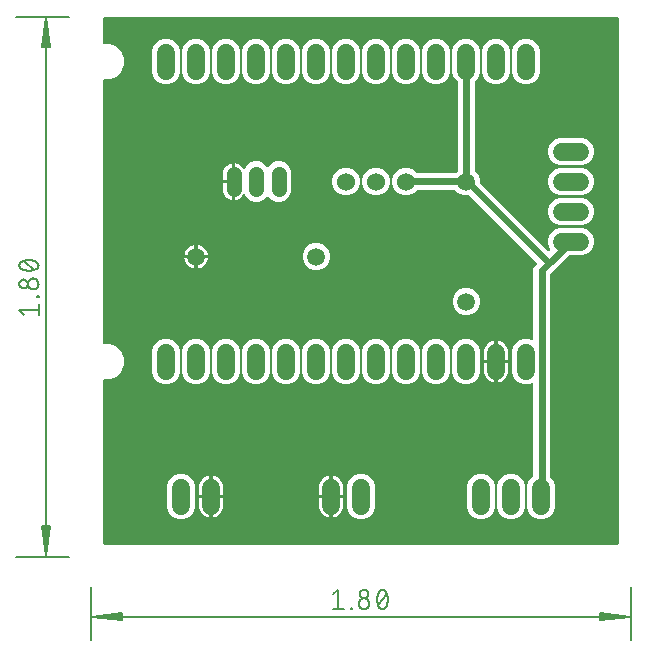
<source format=gbr>
G04 EAGLE Gerber RS-274X export*
G75*
%MOMM*%
%FSLAX34Y34*%
%LPD*%
%INTop Copper*%
%IPPOS*%
%AMOC8*
5,1,8,0,0,1.08239X$1,22.5*%
G01*
%ADD10C,0.130000*%
%ADD11C,0.152400*%
%ADD12C,1.524000*%
%ADD13C,1.524000*%
%ADD14C,1.500000*%
%ADD15C,1.308000*%
%ADD16C,0.600000*%

G36*
X446098Y10164D02*
X446098Y10164D01*
X446117Y10162D01*
X446219Y10184D01*
X446321Y10200D01*
X446338Y10210D01*
X446358Y10214D01*
X446447Y10267D01*
X446538Y10316D01*
X446552Y10330D01*
X446569Y10340D01*
X446636Y10419D01*
X446708Y10494D01*
X446716Y10512D01*
X446729Y10527D01*
X446768Y10623D01*
X446811Y10717D01*
X446813Y10737D01*
X446821Y10755D01*
X446839Y10922D01*
X446839Y455678D01*
X446836Y455698D01*
X446838Y455717D01*
X446816Y455819D01*
X446800Y455921D01*
X446790Y455938D01*
X446786Y455958D01*
X446733Y456047D01*
X446684Y456138D01*
X446670Y456152D01*
X446660Y456169D01*
X446581Y456236D01*
X446506Y456308D01*
X446488Y456316D01*
X446473Y456329D01*
X446377Y456368D01*
X446283Y456411D01*
X446263Y456413D01*
X446245Y456421D01*
X446078Y456439D01*
X10922Y456439D01*
X10902Y456436D01*
X10883Y456438D01*
X10781Y456416D01*
X10679Y456400D01*
X10662Y456390D01*
X10642Y456386D01*
X10553Y456333D01*
X10462Y456284D01*
X10448Y456270D01*
X10431Y456260D01*
X10364Y456181D01*
X10292Y456106D01*
X10284Y456088D01*
X10271Y456073D01*
X10232Y455977D01*
X10189Y455883D01*
X10187Y455863D01*
X10179Y455845D01*
X10161Y455678D01*
X10161Y435022D01*
X10164Y435002D01*
X10162Y434983D01*
X10184Y434881D01*
X10200Y434779D01*
X10210Y434762D01*
X10214Y434742D01*
X10267Y434653D01*
X10316Y434562D01*
X10330Y434548D01*
X10340Y434531D01*
X10419Y434464D01*
X10494Y434392D01*
X10512Y434384D01*
X10527Y434371D01*
X10623Y434332D01*
X10717Y434289D01*
X10737Y434287D01*
X10755Y434279D01*
X10922Y434261D01*
X15716Y434261D01*
X21288Y431953D01*
X25553Y427688D01*
X27861Y422116D01*
X27861Y416084D01*
X25553Y410512D01*
X21288Y406247D01*
X15716Y403939D01*
X10922Y403939D01*
X10902Y403936D01*
X10883Y403938D01*
X10781Y403916D01*
X10679Y403900D01*
X10662Y403890D01*
X10642Y403886D01*
X10553Y403833D01*
X10462Y403784D01*
X10448Y403770D01*
X10431Y403760D01*
X10364Y403681D01*
X10292Y403606D01*
X10284Y403588D01*
X10271Y403573D01*
X10232Y403477D01*
X10189Y403383D01*
X10187Y403363D01*
X10179Y403345D01*
X10161Y403178D01*
X10161Y181022D01*
X10164Y181002D01*
X10162Y180983D01*
X10184Y180881D01*
X10200Y180779D01*
X10210Y180762D01*
X10214Y180742D01*
X10267Y180653D01*
X10316Y180562D01*
X10330Y180548D01*
X10340Y180531D01*
X10419Y180464D01*
X10494Y180392D01*
X10512Y180384D01*
X10527Y180371D01*
X10623Y180332D01*
X10717Y180289D01*
X10737Y180287D01*
X10755Y180279D01*
X10922Y180261D01*
X15716Y180261D01*
X21288Y177953D01*
X25553Y173688D01*
X27861Y168116D01*
X27861Y162084D01*
X25553Y156512D01*
X21288Y152247D01*
X15716Y149939D01*
X10922Y149939D01*
X10902Y149936D01*
X10883Y149938D01*
X10781Y149916D01*
X10679Y149900D01*
X10662Y149890D01*
X10642Y149886D01*
X10553Y149833D01*
X10462Y149784D01*
X10448Y149770D01*
X10431Y149760D01*
X10364Y149681D01*
X10292Y149606D01*
X10284Y149588D01*
X10271Y149573D01*
X10232Y149477D01*
X10189Y149383D01*
X10187Y149363D01*
X10179Y149345D01*
X10161Y149178D01*
X10161Y10922D01*
X10164Y10902D01*
X10162Y10883D01*
X10184Y10781D01*
X10200Y10679D01*
X10210Y10662D01*
X10214Y10642D01*
X10267Y10553D01*
X10316Y10462D01*
X10330Y10448D01*
X10340Y10431D01*
X10419Y10364D01*
X10494Y10292D01*
X10512Y10284D01*
X10527Y10271D01*
X10623Y10232D01*
X10717Y10189D01*
X10737Y10187D01*
X10755Y10179D01*
X10922Y10161D01*
X446078Y10161D01*
X446098Y10164D01*
G37*
%LPC*%
G36*
X378676Y31495D02*
X378676Y31495D01*
X374381Y33274D01*
X371094Y36561D01*
X369315Y40856D01*
X369315Y60744D01*
X371094Y65039D01*
X374220Y68165D01*
X374273Y68239D01*
X374333Y68308D01*
X374345Y68339D01*
X374364Y68365D01*
X374391Y68452D01*
X374425Y68537D01*
X374429Y68578D01*
X374436Y68600D01*
X374435Y68632D01*
X374443Y68703D01*
X374443Y146238D01*
X374436Y146283D01*
X374438Y146329D01*
X374416Y146404D01*
X374404Y146481D01*
X374382Y146521D01*
X374369Y146565D01*
X374325Y146629D01*
X374288Y146698D01*
X374255Y146730D01*
X374229Y146767D01*
X374167Y146814D01*
X374110Y146867D01*
X374068Y146887D01*
X374032Y146914D01*
X373958Y146938D01*
X373887Y146971D01*
X373841Y146976D01*
X373798Y146990D01*
X373720Y146990D01*
X373643Y146998D01*
X373598Y146988D01*
X373552Y146988D01*
X373420Y146950D01*
X373402Y146946D01*
X373398Y146943D01*
X373391Y146941D01*
X370624Y145795D01*
X365976Y145795D01*
X361681Y147574D01*
X358394Y150861D01*
X356615Y155156D01*
X356615Y175044D01*
X358394Y179339D01*
X361681Y182626D01*
X365976Y184405D01*
X370624Y184405D01*
X373391Y183259D01*
X373435Y183248D01*
X373477Y183229D01*
X373554Y183220D01*
X373630Y183203D01*
X373676Y183207D01*
X373721Y183202D01*
X373798Y183218D01*
X373875Y183226D01*
X373917Y183244D01*
X373962Y183254D01*
X374029Y183294D01*
X374100Y183326D01*
X374134Y183357D01*
X374173Y183380D01*
X374224Y183439D01*
X374281Y183492D01*
X374303Y183532D01*
X374333Y183567D01*
X374362Y183639D01*
X374399Y183708D01*
X374408Y183753D01*
X374425Y183795D01*
X374440Y183931D01*
X374443Y183950D01*
X374442Y183955D01*
X374443Y183962D01*
X374443Y243721D01*
X375519Y246318D01*
X377075Y247874D01*
X377086Y247890D01*
X377102Y247902D01*
X377158Y247990D01*
X377218Y248073D01*
X377224Y248092D01*
X377235Y248109D01*
X377260Y248210D01*
X377291Y248309D01*
X377290Y248328D01*
X377295Y248348D01*
X377287Y248451D01*
X377284Y248554D01*
X377277Y248573D01*
X377276Y248593D01*
X377235Y248688D01*
X377200Y248785D01*
X377187Y248801D01*
X377179Y248819D01*
X377103Y248915D01*
X377098Y248923D01*
X377093Y248927D01*
X377075Y248950D01*
X320313Y305712D01*
X320239Y305765D01*
X320169Y305825D01*
X320139Y305837D01*
X320113Y305856D01*
X320026Y305883D01*
X319941Y305917D01*
X319900Y305921D01*
X319878Y305928D01*
X319846Y305927D01*
X319774Y305935D01*
X315200Y305935D01*
X310949Y307696D01*
X308179Y310466D01*
X308105Y310519D01*
X308035Y310579D01*
X308005Y310591D01*
X307979Y310610D01*
X307892Y310637D01*
X307807Y310671D01*
X307766Y310675D01*
X307744Y310682D01*
X307712Y310681D01*
X307640Y310689D01*
X276729Y310689D01*
X276639Y310675D01*
X276548Y310667D01*
X276518Y310655D01*
X276487Y310650D01*
X276406Y310607D01*
X276322Y310571D01*
X276290Y310545D01*
X276269Y310534D01*
X276247Y310511D01*
X276191Y310466D01*
X273319Y307594D01*
X269024Y305815D01*
X264376Y305815D01*
X260081Y307594D01*
X256794Y310881D01*
X255015Y315176D01*
X255015Y319824D01*
X256794Y324119D01*
X260081Y327406D01*
X264376Y329185D01*
X269024Y329185D01*
X273319Y327406D01*
X275683Y325042D01*
X275757Y324989D01*
X275826Y324929D01*
X275856Y324917D01*
X275883Y324898D01*
X275970Y324871D01*
X276055Y324837D01*
X276095Y324833D01*
X276118Y324826D01*
X276150Y324827D01*
X276221Y324819D01*
X308148Y324819D01*
X308239Y324833D01*
X308329Y324841D01*
X308359Y324853D01*
X308391Y324858D01*
X308472Y324901D01*
X308556Y324937D01*
X308588Y324963D01*
X308609Y324974D01*
X308631Y324997D01*
X308687Y325042D01*
X310212Y326567D01*
X310265Y326641D01*
X310325Y326711D01*
X310337Y326741D01*
X310356Y326767D01*
X310383Y326854D01*
X310417Y326939D01*
X310421Y326980D01*
X310428Y327002D01*
X310427Y327034D01*
X310435Y327106D01*
X310435Y401705D01*
X310421Y401795D01*
X310413Y401886D01*
X310401Y401915D01*
X310396Y401947D01*
X310353Y402028D01*
X310317Y402112D01*
X310291Y402144D01*
X310280Y402165D01*
X310257Y402187D01*
X310212Y402243D01*
X307594Y404861D01*
X305815Y409156D01*
X305815Y429044D01*
X307594Y433339D01*
X310881Y436626D01*
X315176Y438405D01*
X319824Y438405D01*
X324119Y436626D01*
X327406Y433339D01*
X329185Y429044D01*
X329185Y409156D01*
X327406Y404861D01*
X324788Y402243D01*
X324735Y402169D01*
X324675Y402100D01*
X324663Y402069D01*
X324644Y402043D01*
X324617Y401956D01*
X324583Y401871D01*
X324579Y401830D01*
X324572Y401808D01*
X324573Y401776D01*
X324565Y401705D01*
X324565Y327106D01*
X324579Y327015D01*
X324587Y326925D01*
X324599Y326895D01*
X324604Y326863D01*
X324647Y326782D01*
X324683Y326698D01*
X324709Y326666D01*
X324720Y326645D01*
X324743Y326623D01*
X324788Y326567D01*
X327304Y324051D01*
X329065Y319800D01*
X329065Y317258D01*
X329079Y317168D01*
X329087Y317077D01*
X329099Y317047D01*
X329104Y317015D01*
X329147Y316934D01*
X329183Y316850D01*
X329209Y316818D01*
X329220Y316797D01*
X329243Y316775D01*
X329288Y316719D01*
X387066Y258941D01*
X387082Y258930D01*
X387094Y258914D01*
X387182Y258858D01*
X387265Y258798D01*
X387284Y258792D01*
X387301Y258781D01*
X387402Y258756D01*
X387501Y258725D01*
X387520Y258726D01*
X387540Y258721D01*
X387643Y258729D01*
X387746Y258732D01*
X387765Y258739D01*
X387785Y258740D01*
X387880Y258781D01*
X387977Y258816D01*
X387993Y258829D01*
X388011Y258837D01*
X388142Y258941D01*
X388634Y259433D01*
X388702Y259527D01*
X388772Y259622D01*
X388774Y259628D01*
X388778Y259633D01*
X388812Y259744D01*
X388848Y259856D01*
X388848Y259862D01*
X388850Y259868D01*
X388847Y259985D01*
X388846Y260102D01*
X388844Y260109D01*
X388844Y260114D01*
X388837Y260131D01*
X388799Y260263D01*
X387095Y264376D01*
X387095Y269024D01*
X388874Y273319D01*
X392161Y276606D01*
X396456Y278385D01*
X416344Y278385D01*
X420639Y276606D01*
X423926Y273319D01*
X425705Y269024D01*
X425705Y264376D01*
X423926Y260081D01*
X420639Y256794D01*
X416344Y255015D01*
X404514Y255015D01*
X404424Y255001D01*
X404333Y254993D01*
X404303Y254981D01*
X404271Y254976D01*
X404190Y254933D01*
X404106Y254897D01*
X404074Y254871D01*
X404053Y254860D01*
X404031Y254837D01*
X403975Y254792D01*
X393700Y244517D01*
X391499Y242316D01*
X388796Y239613D01*
X388743Y239539D01*
X388683Y239469D01*
X388671Y239439D01*
X388652Y239413D01*
X388625Y239326D01*
X388591Y239241D01*
X388587Y239200D01*
X388580Y239178D01*
X388581Y239146D01*
X388573Y239074D01*
X388573Y67687D01*
X388587Y67597D01*
X388595Y67506D01*
X388607Y67477D01*
X388612Y67445D01*
X388655Y67364D01*
X388691Y67280D01*
X388717Y67248D01*
X388728Y67227D01*
X388751Y67205D01*
X388796Y67149D01*
X390906Y65039D01*
X392685Y60744D01*
X392685Y40856D01*
X390906Y36561D01*
X387619Y33274D01*
X383324Y31495D01*
X378676Y31495D01*
G37*
%LPD*%
%LPC*%
G36*
X137591Y300355D02*
X137591Y300355D01*
X133693Y301970D01*
X130710Y304953D01*
X130048Y306549D01*
X129985Y306652D01*
X129923Y306754D01*
X129921Y306756D01*
X129919Y306759D01*
X129825Y306836D01*
X129735Y306912D01*
X129732Y306913D01*
X129729Y306915D01*
X129617Y306959D01*
X129506Y307002D01*
X129503Y307002D01*
X129500Y307004D01*
X129380Y307009D01*
X129260Y307015D01*
X129257Y307014D01*
X129254Y307014D01*
X129140Y306981D01*
X129023Y306948D01*
X129021Y306946D01*
X129018Y306945D01*
X128920Y306877D01*
X128820Y306809D01*
X128818Y306807D01*
X128816Y306805D01*
X128809Y306796D01*
X128712Y306681D01*
X127703Y305171D01*
X126439Y303907D01*
X124951Y302913D01*
X123299Y302228D01*
X122173Y302004D01*
X122173Y316738D01*
X122170Y316758D01*
X122172Y316777D01*
X122150Y316879D01*
X122133Y316981D01*
X122124Y316998D01*
X122120Y317018D01*
X122067Y317107D01*
X122018Y317198D01*
X122004Y317212D01*
X121994Y317229D01*
X121915Y317296D01*
X121840Y317367D01*
X121822Y317376D01*
X121807Y317389D01*
X121711Y317427D01*
X121617Y317471D01*
X121597Y317473D01*
X121579Y317481D01*
X121412Y317499D01*
X120649Y317499D01*
X120649Y317501D01*
X121412Y317501D01*
X121432Y317504D01*
X121451Y317502D01*
X121553Y317524D01*
X121655Y317541D01*
X121672Y317550D01*
X121692Y317554D01*
X121781Y317607D01*
X121872Y317656D01*
X121886Y317670D01*
X121903Y317680D01*
X121970Y317759D01*
X122041Y317834D01*
X122050Y317852D01*
X122063Y317867D01*
X122102Y317963D01*
X122145Y318057D01*
X122147Y318077D01*
X122155Y318095D01*
X122173Y318262D01*
X122173Y332996D01*
X123299Y332772D01*
X124951Y332087D01*
X126439Y331093D01*
X127703Y329829D01*
X128712Y328319D01*
X128795Y328230D01*
X128875Y328143D01*
X128878Y328141D01*
X128880Y328139D01*
X128986Y328082D01*
X129091Y328024D01*
X129094Y328024D01*
X129097Y328022D01*
X129213Y328002D01*
X129333Y327981D01*
X129336Y327981D01*
X129339Y327981D01*
X129456Y327999D01*
X129576Y328016D01*
X129579Y328018D01*
X129582Y328018D01*
X129688Y328073D01*
X129795Y328128D01*
X129798Y328130D01*
X129800Y328132D01*
X129882Y328217D01*
X129968Y328304D01*
X129969Y328307D01*
X129971Y328309D01*
X129976Y328318D01*
X130048Y328451D01*
X130710Y330047D01*
X133693Y333030D01*
X137591Y334645D01*
X141809Y334645D01*
X145707Y333030D01*
X148687Y330051D01*
X148703Y330039D01*
X148715Y330023D01*
X148803Y329967D01*
X148886Y329907D01*
X148905Y329901D01*
X148922Y329890D01*
X149023Y329865D01*
X149122Y329835D01*
X149141Y329835D01*
X149161Y329830D01*
X149264Y329838D01*
X149367Y329841D01*
X149386Y329848D01*
X149406Y329850D01*
X149501Y329890D01*
X149598Y329926D01*
X149614Y329938D01*
X149632Y329946D01*
X149763Y330051D01*
X152743Y333030D01*
X156641Y334645D01*
X160859Y334645D01*
X164757Y333030D01*
X167740Y330047D01*
X169355Y326149D01*
X169355Y308851D01*
X167740Y304953D01*
X164757Y301970D01*
X160859Y300355D01*
X156641Y300355D01*
X152743Y301970D01*
X149763Y304949D01*
X149747Y304961D01*
X149735Y304977D01*
X149647Y305033D01*
X149564Y305093D01*
X149545Y305099D01*
X149528Y305110D01*
X149427Y305135D01*
X149328Y305165D01*
X149309Y305165D01*
X149289Y305170D01*
X149186Y305162D01*
X149083Y305159D01*
X149064Y305152D01*
X149044Y305150D01*
X148949Y305110D01*
X148852Y305074D01*
X148836Y305062D01*
X148818Y305054D01*
X148687Y304949D01*
X145707Y301970D01*
X141809Y300355D01*
X137591Y300355D01*
G37*
%LPD*%
%LPC*%
G36*
X162776Y399795D02*
X162776Y399795D01*
X158481Y401574D01*
X155194Y404861D01*
X153415Y409156D01*
X153415Y429044D01*
X155194Y433339D01*
X158481Y436626D01*
X162776Y438405D01*
X167424Y438405D01*
X171719Y436626D01*
X175006Y433339D01*
X176785Y429044D01*
X176785Y409156D01*
X175006Y404861D01*
X171719Y401574D01*
X167424Y399795D01*
X162776Y399795D01*
G37*
%LPD*%
%LPC*%
G36*
X264376Y399795D02*
X264376Y399795D01*
X260081Y401574D01*
X256794Y404861D01*
X255015Y409156D01*
X255015Y429044D01*
X256794Y433339D01*
X260081Y436626D01*
X264376Y438405D01*
X269024Y438405D01*
X273319Y436626D01*
X276606Y433339D01*
X278385Y429044D01*
X278385Y409156D01*
X276606Y404861D01*
X273319Y401574D01*
X269024Y399795D01*
X264376Y399795D01*
G37*
%LPD*%
%LPC*%
G36*
X213576Y399795D02*
X213576Y399795D01*
X209281Y401574D01*
X205994Y404861D01*
X204215Y409156D01*
X204215Y429044D01*
X205994Y433339D01*
X209281Y436626D01*
X213576Y438405D01*
X218224Y438405D01*
X222519Y436626D01*
X225806Y433339D01*
X227585Y429044D01*
X227585Y409156D01*
X225806Y404861D01*
X222519Y401574D01*
X218224Y399795D01*
X213576Y399795D01*
G37*
%LPD*%
%LPC*%
G36*
X365976Y399795D02*
X365976Y399795D01*
X361681Y401574D01*
X358394Y404861D01*
X356615Y409156D01*
X356615Y429044D01*
X358394Y433339D01*
X361681Y436626D01*
X365976Y438405D01*
X370624Y438405D01*
X374919Y436626D01*
X378206Y433339D01*
X379985Y429044D01*
X379985Y409156D01*
X378206Y404861D01*
X374919Y401574D01*
X370624Y399795D01*
X365976Y399795D01*
G37*
%LPD*%
%LPC*%
G36*
X340576Y399795D02*
X340576Y399795D01*
X336281Y401574D01*
X332994Y404861D01*
X331215Y409156D01*
X331215Y429044D01*
X332994Y433339D01*
X336281Y436626D01*
X340576Y438405D01*
X345224Y438405D01*
X349519Y436626D01*
X352806Y433339D01*
X354585Y429044D01*
X354585Y409156D01*
X352806Y404861D01*
X349519Y401574D01*
X345224Y399795D01*
X340576Y399795D01*
G37*
%LPD*%
%LPC*%
G36*
X188176Y399795D02*
X188176Y399795D01*
X183881Y401574D01*
X180594Y404861D01*
X178815Y409156D01*
X178815Y429044D01*
X180594Y433339D01*
X183881Y436626D01*
X188176Y438405D01*
X192824Y438405D01*
X197119Y436626D01*
X200406Y433339D01*
X202185Y429044D01*
X202185Y409156D01*
X200406Y404861D01*
X197119Y401574D01*
X192824Y399795D01*
X188176Y399795D01*
G37*
%LPD*%
%LPC*%
G36*
X137376Y399795D02*
X137376Y399795D01*
X133081Y401574D01*
X129794Y404861D01*
X128015Y409156D01*
X128015Y429044D01*
X129794Y433339D01*
X133081Y436626D01*
X137376Y438405D01*
X142024Y438405D01*
X146319Y436626D01*
X149606Y433339D01*
X151385Y429044D01*
X151385Y409156D01*
X149606Y404861D01*
X146319Y401574D01*
X142024Y399795D01*
X137376Y399795D01*
G37*
%LPD*%
%LPC*%
G36*
X111976Y399795D02*
X111976Y399795D01*
X107681Y401574D01*
X104394Y404861D01*
X102615Y409156D01*
X102615Y429044D01*
X104394Y433339D01*
X107681Y436626D01*
X111976Y438405D01*
X116624Y438405D01*
X120919Y436626D01*
X124206Y433339D01*
X125985Y429044D01*
X125985Y409156D01*
X124206Y404861D01*
X120919Y401574D01*
X116624Y399795D01*
X111976Y399795D01*
G37*
%LPD*%
%LPC*%
G36*
X86576Y399795D02*
X86576Y399795D01*
X82281Y401574D01*
X78994Y404861D01*
X77215Y409156D01*
X77215Y429044D01*
X78994Y433339D01*
X82281Y436626D01*
X86576Y438405D01*
X91224Y438405D01*
X95519Y436626D01*
X98806Y433339D01*
X100585Y429044D01*
X100585Y409156D01*
X98806Y404861D01*
X95519Y401574D01*
X91224Y399795D01*
X86576Y399795D01*
G37*
%LPD*%
%LPC*%
G36*
X289776Y399795D02*
X289776Y399795D01*
X285481Y401574D01*
X282194Y404861D01*
X280415Y409156D01*
X280415Y429044D01*
X282194Y433339D01*
X285481Y436626D01*
X289776Y438405D01*
X294424Y438405D01*
X298719Y436626D01*
X302006Y433339D01*
X303785Y429044D01*
X303785Y409156D01*
X302006Y404861D01*
X298719Y401574D01*
X294424Y399795D01*
X289776Y399795D01*
G37*
%LPD*%
%LPC*%
G36*
X61176Y399795D02*
X61176Y399795D01*
X56881Y401574D01*
X53594Y404861D01*
X51815Y409156D01*
X51815Y429044D01*
X53594Y433339D01*
X56881Y436626D01*
X61176Y438405D01*
X65824Y438405D01*
X70119Y436626D01*
X73406Y433339D01*
X75185Y429044D01*
X75185Y409156D01*
X73406Y404861D01*
X70119Y401574D01*
X65824Y399795D01*
X61176Y399795D01*
G37*
%LPD*%
%LPC*%
G36*
X238976Y399795D02*
X238976Y399795D01*
X234681Y401574D01*
X231394Y404861D01*
X229615Y409156D01*
X229615Y429044D01*
X231394Y433339D01*
X234681Y436626D01*
X238976Y438405D01*
X243624Y438405D01*
X247919Y436626D01*
X251206Y433339D01*
X252985Y429044D01*
X252985Y409156D01*
X251206Y404861D01*
X247919Y401574D01*
X243624Y399795D01*
X238976Y399795D01*
G37*
%LPD*%
%LPC*%
G36*
X396456Y331215D02*
X396456Y331215D01*
X392161Y332994D01*
X388874Y336281D01*
X387095Y340576D01*
X387095Y345224D01*
X388874Y349519D01*
X392161Y352806D01*
X396456Y354585D01*
X416344Y354585D01*
X420639Y352806D01*
X423926Y349519D01*
X425705Y345224D01*
X425705Y340576D01*
X423926Y336281D01*
X420639Y332994D01*
X416344Y331215D01*
X396456Y331215D01*
G37*
%LPD*%
%LPC*%
G36*
X315176Y145795D02*
X315176Y145795D01*
X310881Y147574D01*
X307594Y150861D01*
X305815Y155156D01*
X305815Y175044D01*
X307594Y179339D01*
X310881Y182626D01*
X315176Y184405D01*
X319824Y184405D01*
X324119Y182626D01*
X327406Y179339D01*
X329185Y175044D01*
X329185Y155156D01*
X327406Y150861D01*
X324119Y147574D01*
X319824Y145795D01*
X315176Y145795D01*
G37*
%LPD*%
%LPC*%
G36*
X289776Y145795D02*
X289776Y145795D01*
X285481Y147574D01*
X282194Y150861D01*
X280415Y155156D01*
X280415Y175044D01*
X282194Y179339D01*
X285481Y182626D01*
X289776Y184405D01*
X294424Y184405D01*
X298719Y182626D01*
X302006Y179339D01*
X303785Y175044D01*
X303785Y155156D01*
X302006Y150861D01*
X298719Y147574D01*
X294424Y145795D01*
X289776Y145795D01*
G37*
%LPD*%
%LPC*%
G36*
X396456Y305815D02*
X396456Y305815D01*
X392161Y307594D01*
X388874Y310881D01*
X387095Y315176D01*
X387095Y319824D01*
X388874Y324119D01*
X392161Y327406D01*
X396456Y329185D01*
X416344Y329185D01*
X420639Y327406D01*
X423926Y324119D01*
X425705Y319824D01*
X425705Y315176D01*
X423926Y310881D01*
X420639Y307594D01*
X416344Y305815D01*
X396456Y305815D01*
G37*
%LPD*%
%LPC*%
G36*
X264376Y145795D02*
X264376Y145795D01*
X260081Y147574D01*
X256794Y150861D01*
X255015Y155156D01*
X255015Y175044D01*
X256794Y179339D01*
X260081Y182626D01*
X264376Y184405D01*
X269024Y184405D01*
X273319Y182626D01*
X276606Y179339D01*
X278385Y175044D01*
X278385Y155156D01*
X276606Y150861D01*
X273319Y147574D01*
X269024Y145795D01*
X264376Y145795D01*
G37*
%LPD*%
%LPC*%
G36*
X213576Y145795D02*
X213576Y145795D01*
X209281Y147574D01*
X205994Y150861D01*
X204215Y155156D01*
X204215Y175044D01*
X205994Y179339D01*
X209281Y182626D01*
X213576Y184405D01*
X218224Y184405D01*
X222519Y182626D01*
X225806Y179339D01*
X227585Y175044D01*
X227585Y155156D01*
X225806Y150861D01*
X222519Y147574D01*
X218224Y145795D01*
X213576Y145795D01*
G37*
%LPD*%
%LPC*%
G36*
X396456Y280415D02*
X396456Y280415D01*
X392161Y282194D01*
X388874Y285481D01*
X387095Y289776D01*
X387095Y294424D01*
X388874Y298719D01*
X392161Y302006D01*
X396456Y303785D01*
X416344Y303785D01*
X420639Y302006D01*
X423926Y298719D01*
X425705Y294424D01*
X425705Y289776D01*
X423926Y285481D01*
X420639Y282194D01*
X416344Y280415D01*
X396456Y280415D01*
G37*
%LPD*%
%LPC*%
G36*
X111976Y145795D02*
X111976Y145795D01*
X107681Y147574D01*
X104394Y150861D01*
X102615Y155156D01*
X102615Y175044D01*
X104394Y179339D01*
X107681Y182626D01*
X111976Y184405D01*
X116624Y184405D01*
X120919Y182626D01*
X124206Y179339D01*
X125985Y175044D01*
X125985Y155156D01*
X124206Y150861D01*
X120919Y147574D01*
X116624Y145795D01*
X111976Y145795D01*
G37*
%LPD*%
%LPC*%
G36*
X86576Y145795D02*
X86576Y145795D01*
X82281Y147574D01*
X78994Y150861D01*
X77215Y155156D01*
X77215Y175044D01*
X78994Y179339D01*
X82281Y182626D01*
X86576Y184405D01*
X91224Y184405D01*
X95519Y182626D01*
X98806Y179339D01*
X100585Y175044D01*
X100585Y155156D01*
X98806Y150861D01*
X95519Y147574D01*
X91224Y145795D01*
X86576Y145795D01*
G37*
%LPD*%
%LPC*%
G36*
X61176Y145795D02*
X61176Y145795D01*
X56881Y147574D01*
X53594Y150861D01*
X51815Y155156D01*
X51815Y175044D01*
X53594Y179339D01*
X56881Y182626D01*
X61176Y184405D01*
X65824Y184405D01*
X70119Y182626D01*
X73406Y179339D01*
X75185Y175044D01*
X75185Y155156D01*
X73406Y150861D01*
X70119Y147574D01*
X65824Y145795D01*
X61176Y145795D01*
G37*
%LPD*%
%LPC*%
G36*
X353276Y31495D02*
X353276Y31495D01*
X348981Y33274D01*
X345694Y36561D01*
X343915Y40856D01*
X343915Y60744D01*
X345694Y65039D01*
X348981Y68326D01*
X353276Y70105D01*
X357924Y70105D01*
X362219Y68326D01*
X365506Y65039D01*
X367285Y60744D01*
X367285Y40856D01*
X365506Y36561D01*
X362219Y33274D01*
X357924Y31495D01*
X353276Y31495D01*
G37*
%LPD*%
%LPC*%
G36*
X327876Y31495D02*
X327876Y31495D01*
X323581Y33274D01*
X320294Y36561D01*
X318515Y40856D01*
X318515Y60744D01*
X320294Y65039D01*
X323581Y68326D01*
X327876Y70105D01*
X332524Y70105D01*
X336819Y68326D01*
X340106Y65039D01*
X341885Y60744D01*
X341885Y40856D01*
X340106Y36561D01*
X336819Y33274D01*
X332524Y31495D01*
X327876Y31495D01*
G37*
%LPD*%
%LPC*%
G36*
X226276Y31495D02*
X226276Y31495D01*
X221981Y33274D01*
X218694Y36561D01*
X216915Y40856D01*
X216915Y60744D01*
X218694Y65039D01*
X221981Y68326D01*
X226276Y70105D01*
X230924Y70105D01*
X235219Y68326D01*
X238506Y65039D01*
X240285Y60744D01*
X240285Y40856D01*
X238506Y36561D01*
X235219Y33274D01*
X230924Y31495D01*
X226276Y31495D01*
G37*
%LPD*%
%LPC*%
G36*
X73876Y31495D02*
X73876Y31495D01*
X69581Y33274D01*
X66294Y36561D01*
X64515Y40856D01*
X64515Y60744D01*
X66294Y65039D01*
X69581Y68326D01*
X73876Y70105D01*
X78524Y70105D01*
X82819Y68326D01*
X86106Y65039D01*
X87885Y60744D01*
X87885Y40856D01*
X86106Y36561D01*
X82819Y33274D01*
X78524Y31495D01*
X73876Y31495D01*
G37*
%LPD*%
%LPC*%
G36*
X238976Y145795D02*
X238976Y145795D01*
X234681Y147574D01*
X231394Y150861D01*
X229615Y155156D01*
X229615Y175044D01*
X231394Y179339D01*
X234681Y182626D01*
X238976Y184405D01*
X243624Y184405D01*
X247919Y182626D01*
X251206Y179339D01*
X252985Y175044D01*
X252985Y155156D01*
X251206Y150861D01*
X247919Y147574D01*
X243624Y145795D01*
X238976Y145795D01*
G37*
%LPD*%
%LPC*%
G36*
X137376Y145795D02*
X137376Y145795D01*
X133081Y147574D01*
X129794Y150861D01*
X128015Y155156D01*
X128015Y175044D01*
X129794Y179339D01*
X133081Y182626D01*
X137376Y184405D01*
X142024Y184405D01*
X146319Y182626D01*
X149606Y179339D01*
X151385Y175044D01*
X151385Y155156D01*
X149606Y150861D01*
X146319Y147574D01*
X142024Y145795D01*
X137376Y145795D01*
G37*
%LPD*%
%LPC*%
G36*
X188176Y145795D02*
X188176Y145795D01*
X183881Y147574D01*
X180594Y150861D01*
X178815Y155156D01*
X178815Y175044D01*
X180594Y179339D01*
X183881Y182626D01*
X188176Y184405D01*
X192824Y184405D01*
X197119Y182626D01*
X200406Y179339D01*
X202185Y175044D01*
X202185Y155156D01*
X200406Y150861D01*
X197119Y147574D01*
X192824Y145795D01*
X188176Y145795D01*
G37*
%LPD*%
%LPC*%
G36*
X162776Y145795D02*
X162776Y145795D01*
X158481Y147574D01*
X155194Y150861D01*
X153415Y155156D01*
X153415Y175044D01*
X155194Y179339D01*
X158481Y182626D01*
X162776Y184405D01*
X167424Y184405D01*
X171719Y182626D01*
X175006Y179339D01*
X176785Y175044D01*
X176785Y155156D01*
X175006Y150861D01*
X171719Y147574D01*
X167424Y145795D01*
X162776Y145795D01*
G37*
%LPD*%
%LPC*%
G36*
X238976Y305815D02*
X238976Y305815D01*
X234681Y307594D01*
X231394Y310881D01*
X229615Y315176D01*
X229615Y319824D01*
X231394Y324119D01*
X234681Y327406D01*
X238976Y329185D01*
X243624Y329185D01*
X247919Y327406D01*
X251206Y324119D01*
X252985Y319824D01*
X252985Y315176D01*
X251206Y310881D01*
X247919Y307594D01*
X243624Y305815D01*
X238976Y305815D01*
G37*
%LPD*%
%LPC*%
G36*
X213576Y305815D02*
X213576Y305815D01*
X209281Y307594D01*
X205994Y310881D01*
X204215Y315176D01*
X204215Y319824D01*
X205994Y324119D01*
X209281Y327406D01*
X213576Y329185D01*
X218224Y329185D01*
X222519Y327406D01*
X225806Y324119D01*
X227585Y319824D01*
X227585Y315176D01*
X225806Y310881D01*
X222519Y307594D01*
X218224Y305815D01*
X213576Y305815D01*
G37*
%LPD*%
%LPC*%
G36*
X315200Y204335D02*
X315200Y204335D01*
X310949Y206096D01*
X307696Y209349D01*
X305935Y213600D01*
X305935Y218200D01*
X307696Y222451D01*
X310949Y225704D01*
X315200Y227465D01*
X319800Y227465D01*
X324051Y225704D01*
X327304Y222451D01*
X329065Y218200D01*
X329065Y213600D01*
X327304Y209349D01*
X324051Y206096D01*
X319800Y204335D01*
X315200Y204335D01*
G37*
%LPD*%
%LPC*%
G36*
X188200Y242435D02*
X188200Y242435D01*
X183949Y244196D01*
X180696Y247449D01*
X178935Y251700D01*
X178935Y256300D01*
X180696Y260551D01*
X183949Y263804D01*
X188200Y265565D01*
X192800Y265565D01*
X197051Y263804D01*
X200304Y260551D01*
X202065Y256300D01*
X202065Y251700D01*
X200304Y247449D01*
X197051Y244196D01*
X192800Y242435D01*
X188200Y242435D01*
G37*
%LPD*%
%LPC*%
G36*
X344423Y166623D02*
X344423Y166623D01*
X344423Y182766D01*
X345279Y182631D01*
X346800Y182136D01*
X348225Y181410D01*
X349519Y180470D01*
X350650Y179339D01*
X351590Y178045D01*
X352316Y176620D01*
X352811Y175099D01*
X353061Y173520D01*
X353061Y166623D01*
X344423Y166623D01*
G37*
%LPD*%
%LPC*%
G36*
X103123Y52323D02*
X103123Y52323D01*
X103123Y68466D01*
X103979Y68331D01*
X105500Y67836D01*
X106925Y67110D01*
X108219Y66170D01*
X109350Y65039D01*
X110290Y63745D01*
X111016Y62320D01*
X111511Y60799D01*
X111761Y59220D01*
X111761Y52323D01*
X103123Y52323D01*
G37*
%LPD*%
%LPC*%
G36*
X204723Y52323D02*
X204723Y52323D01*
X204723Y68466D01*
X205579Y68331D01*
X207100Y67836D01*
X208525Y67110D01*
X209819Y66170D01*
X210950Y65039D01*
X211890Y63745D01*
X212616Y62320D01*
X213111Y60799D01*
X213361Y59220D01*
X213361Y52323D01*
X204723Y52323D01*
G37*
%LPD*%
%LPC*%
G36*
X344423Y163577D02*
X344423Y163577D01*
X353061Y163577D01*
X353061Y156680D01*
X352811Y155101D01*
X352316Y153580D01*
X351590Y152155D01*
X350650Y150861D01*
X349519Y149730D01*
X348225Y148790D01*
X346800Y148064D01*
X345279Y147569D01*
X344423Y147434D01*
X344423Y163577D01*
G37*
%LPD*%
%LPC*%
G36*
X204723Y49277D02*
X204723Y49277D01*
X213361Y49277D01*
X213361Y42380D01*
X213111Y40801D01*
X212616Y39280D01*
X211890Y37855D01*
X210950Y36561D01*
X209819Y35430D01*
X208525Y34490D01*
X207100Y33764D01*
X205579Y33269D01*
X204723Y33134D01*
X204723Y49277D01*
G37*
%LPD*%
%LPC*%
G36*
X103123Y49277D02*
X103123Y49277D01*
X111761Y49277D01*
X111761Y42380D01*
X111511Y40801D01*
X111016Y39280D01*
X110290Y37855D01*
X109350Y36561D01*
X108219Y35430D01*
X106925Y34490D01*
X105500Y33764D01*
X103979Y33269D01*
X103123Y33134D01*
X103123Y49277D01*
G37*
%LPD*%
%LPC*%
G36*
X91439Y52323D02*
X91439Y52323D01*
X91439Y59220D01*
X91689Y60799D01*
X92184Y62320D01*
X92910Y63745D01*
X93850Y65039D01*
X94981Y66170D01*
X96275Y67110D01*
X97700Y67836D01*
X99221Y68331D01*
X100077Y68466D01*
X100077Y52323D01*
X91439Y52323D01*
G37*
%LPD*%
%LPC*%
G36*
X332739Y166623D02*
X332739Y166623D01*
X332739Y173520D01*
X332989Y175099D01*
X333484Y176620D01*
X334210Y178045D01*
X335150Y179339D01*
X336281Y180470D01*
X337575Y181410D01*
X339000Y182136D01*
X340521Y182631D01*
X341377Y182766D01*
X341377Y166623D01*
X332739Y166623D01*
G37*
%LPD*%
%LPC*%
G36*
X193039Y52323D02*
X193039Y52323D01*
X193039Y59220D01*
X193289Y60799D01*
X193784Y62320D01*
X194510Y63745D01*
X195450Y65039D01*
X196581Y66170D01*
X197875Y67110D01*
X199300Y67836D01*
X200821Y68331D01*
X201677Y68466D01*
X201677Y52323D01*
X193039Y52323D01*
G37*
%LPD*%
%LPC*%
G36*
X340521Y147569D02*
X340521Y147569D01*
X339000Y148064D01*
X337575Y148790D01*
X336281Y149730D01*
X335150Y150861D01*
X334210Y152155D01*
X333484Y153580D01*
X332989Y155101D01*
X332739Y156680D01*
X332739Y163577D01*
X341377Y163577D01*
X341377Y147434D01*
X340521Y147569D01*
G37*
%LPD*%
%LPC*%
G36*
X200821Y33269D02*
X200821Y33269D01*
X199300Y33764D01*
X197875Y34490D01*
X196581Y35430D01*
X195450Y36561D01*
X194510Y37855D01*
X193784Y39280D01*
X193289Y40801D01*
X193039Y42380D01*
X193039Y49277D01*
X201677Y49277D01*
X201677Y33134D01*
X200821Y33269D01*
G37*
%LPD*%
%LPC*%
G36*
X99221Y33269D02*
X99221Y33269D01*
X97700Y33764D01*
X96275Y34490D01*
X94981Y35430D01*
X93850Y36561D01*
X92910Y37855D01*
X92184Y39280D01*
X91689Y40801D01*
X91439Y42380D01*
X91439Y49277D01*
X100077Y49277D01*
X100077Y33134D01*
X99221Y33269D01*
G37*
%LPD*%
%LPC*%
G36*
X111569Y319023D02*
X111569Y319023D01*
X111569Y324934D01*
X111918Y326689D01*
X112603Y328341D01*
X113597Y329829D01*
X114861Y331093D01*
X116349Y332087D01*
X118001Y332772D01*
X119127Y332996D01*
X119127Y319023D01*
X111569Y319023D01*
G37*
%LPD*%
%LPC*%
G36*
X118001Y302228D02*
X118001Y302228D01*
X116349Y302913D01*
X114861Y303907D01*
X113597Y305171D01*
X112603Y306659D01*
X111918Y308311D01*
X111569Y310066D01*
X111569Y315977D01*
X119127Y315977D01*
X119127Y302004D01*
X118001Y302228D01*
G37*
%LPD*%
%LPC*%
G36*
X90423Y255523D02*
X90423Y255523D01*
X90423Y263925D01*
X91251Y263794D01*
X92754Y263305D01*
X94163Y262588D01*
X95441Y261659D01*
X96559Y260541D01*
X97488Y259263D01*
X98205Y257854D01*
X98694Y256351D01*
X98825Y255523D01*
X90423Y255523D01*
G37*
%LPD*%
%LPC*%
G36*
X78975Y255523D02*
X78975Y255523D01*
X79106Y256351D01*
X79595Y257854D01*
X80312Y259263D01*
X81241Y260541D01*
X82359Y261659D01*
X83637Y262588D01*
X85046Y263305D01*
X86549Y263794D01*
X87377Y263925D01*
X87377Y255523D01*
X78975Y255523D01*
G37*
%LPD*%
%LPC*%
G36*
X90423Y252477D02*
X90423Y252477D01*
X98825Y252477D01*
X98694Y251649D01*
X98205Y250146D01*
X97488Y248737D01*
X96559Y247459D01*
X95441Y246341D01*
X94163Y245412D01*
X92754Y244695D01*
X91251Y244206D01*
X90423Y244075D01*
X90423Y252477D01*
G37*
%LPD*%
%LPC*%
G36*
X86549Y244206D02*
X86549Y244206D01*
X85046Y244695D01*
X83637Y245412D01*
X82359Y246341D01*
X81241Y247459D01*
X80312Y248737D01*
X79595Y250146D01*
X79106Y251649D01*
X78975Y252477D01*
X87377Y252477D01*
X87377Y244075D01*
X86549Y244206D01*
G37*
%LPD*%
%LPC*%
G36*
X88899Y253999D02*
X88899Y253999D01*
X88899Y254001D01*
X88901Y254001D01*
X88901Y253999D01*
X88899Y253999D01*
G37*
%LPD*%
%LPC*%
G36*
X342899Y165099D02*
X342899Y165099D01*
X342899Y165101D01*
X342901Y165101D01*
X342901Y165099D01*
X342899Y165099D01*
G37*
%LPD*%
%LPC*%
G36*
X203199Y50799D02*
X203199Y50799D01*
X203199Y50801D01*
X203201Y50801D01*
X203201Y50799D01*
X203199Y50799D01*
G37*
%LPD*%
%LPC*%
G36*
X101599Y50799D02*
X101599Y50799D01*
X101599Y50801D01*
X101601Y50801D01*
X101601Y50799D01*
X101599Y50799D01*
G37*
%LPD*%
D10*
X0Y-25400D02*
X0Y-70300D01*
X457200Y-70300D02*
X457200Y-25400D01*
X456550Y-50800D02*
X650Y-50800D01*
X26000Y-47608D01*
X26000Y-53992D01*
X650Y-50800D01*
X26000Y-49500D01*
X26000Y-52100D02*
X650Y-50800D01*
X26000Y-48200D01*
X26000Y-53400D02*
X650Y-50800D01*
X431200Y-47608D02*
X456550Y-50800D01*
X431200Y-47608D02*
X431200Y-53992D01*
X456550Y-50800D01*
X431200Y-49500D01*
X431200Y-52100D02*
X456550Y-50800D01*
X431200Y-48200D01*
X431200Y-53400D02*
X456550Y-50800D01*
D11*
X209108Y-28037D02*
X204593Y-31649D01*
X209108Y-28037D02*
X209108Y-44293D01*
X204593Y-44293D02*
X213624Y-44293D01*
X219599Y-44293D02*
X219599Y-43390D01*
X220502Y-43390D01*
X220502Y-44293D01*
X219599Y-44293D01*
X226476Y-39777D02*
X226478Y-39644D01*
X226484Y-39512D01*
X226494Y-39380D01*
X226507Y-39248D01*
X226525Y-39116D01*
X226546Y-38986D01*
X226571Y-38855D01*
X226600Y-38726D01*
X226633Y-38598D01*
X226669Y-38470D01*
X226709Y-38344D01*
X226753Y-38219D01*
X226801Y-38095D01*
X226852Y-37973D01*
X226907Y-37852D01*
X226965Y-37733D01*
X227027Y-37615D01*
X227092Y-37500D01*
X227161Y-37386D01*
X227232Y-37275D01*
X227308Y-37166D01*
X227386Y-37059D01*
X227467Y-36954D01*
X227552Y-36852D01*
X227639Y-36752D01*
X227729Y-36655D01*
X227822Y-36560D01*
X227918Y-36469D01*
X228016Y-36380D01*
X228117Y-36294D01*
X228221Y-36211D01*
X228327Y-36131D01*
X228435Y-36055D01*
X228545Y-35981D01*
X228658Y-35911D01*
X228772Y-35844D01*
X228889Y-35781D01*
X229007Y-35721D01*
X229127Y-35664D01*
X229249Y-35611D01*
X229372Y-35562D01*
X229496Y-35516D01*
X229622Y-35474D01*
X229749Y-35436D01*
X229877Y-35401D01*
X230006Y-35370D01*
X230135Y-35343D01*
X230266Y-35320D01*
X230397Y-35300D01*
X230529Y-35285D01*
X230661Y-35273D01*
X230793Y-35265D01*
X230926Y-35261D01*
X231058Y-35261D01*
X231191Y-35265D01*
X231323Y-35273D01*
X231455Y-35285D01*
X231587Y-35300D01*
X231718Y-35320D01*
X231849Y-35343D01*
X231978Y-35370D01*
X232107Y-35401D01*
X232235Y-35436D01*
X232362Y-35474D01*
X232488Y-35516D01*
X232612Y-35562D01*
X232735Y-35611D01*
X232857Y-35664D01*
X232977Y-35721D01*
X233095Y-35781D01*
X233212Y-35844D01*
X233326Y-35911D01*
X233439Y-35981D01*
X233549Y-36055D01*
X233657Y-36131D01*
X233763Y-36211D01*
X233867Y-36294D01*
X233968Y-36380D01*
X234066Y-36469D01*
X234162Y-36560D01*
X234255Y-36655D01*
X234345Y-36752D01*
X234432Y-36852D01*
X234517Y-36954D01*
X234598Y-37059D01*
X234676Y-37166D01*
X234752Y-37275D01*
X234823Y-37386D01*
X234892Y-37500D01*
X234957Y-37615D01*
X235019Y-37733D01*
X235077Y-37852D01*
X235132Y-37973D01*
X235183Y-38095D01*
X235231Y-38219D01*
X235275Y-38344D01*
X235315Y-38470D01*
X235351Y-38598D01*
X235384Y-38726D01*
X235413Y-38855D01*
X235438Y-38986D01*
X235459Y-39116D01*
X235477Y-39248D01*
X235490Y-39380D01*
X235500Y-39512D01*
X235506Y-39644D01*
X235508Y-39777D01*
X235506Y-39910D01*
X235500Y-40042D01*
X235490Y-40174D01*
X235477Y-40306D01*
X235459Y-40438D01*
X235438Y-40568D01*
X235413Y-40699D01*
X235384Y-40828D01*
X235351Y-40956D01*
X235315Y-41084D01*
X235275Y-41210D01*
X235231Y-41335D01*
X235183Y-41459D01*
X235132Y-41581D01*
X235077Y-41702D01*
X235019Y-41821D01*
X234957Y-41939D01*
X234892Y-42054D01*
X234823Y-42168D01*
X234752Y-42279D01*
X234676Y-42388D01*
X234598Y-42495D01*
X234517Y-42600D01*
X234432Y-42702D01*
X234345Y-42802D01*
X234255Y-42899D01*
X234162Y-42994D01*
X234066Y-43085D01*
X233968Y-43174D01*
X233867Y-43260D01*
X233763Y-43343D01*
X233657Y-43423D01*
X233549Y-43499D01*
X233439Y-43573D01*
X233326Y-43643D01*
X233212Y-43710D01*
X233095Y-43773D01*
X232977Y-43833D01*
X232857Y-43890D01*
X232735Y-43943D01*
X232612Y-43992D01*
X232488Y-44038D01*
X232362Y-44080D01*
X232235Y-44118D01*
X232107Y-44153D01*
X231978Y-44184D01*
X231849Y-44211D01*
X231718Y-44234D01*
X231587Y-44254D01*
X231455Y-44269D01*
X231323Y-44281D01*
X231191Y-44289D01*
X231058Y-44293D01*
X230926Y-44293D01*
X230793Y-44289D01*
X230661Y-44281D01*
X230529Y-44269D01*
X230397Y-44254D01*
X230266Y-44234D01*
X230135Y-44211D01*
X230006Y-44184D01*
X229877Y-44153D01*
X229749Y-44118D01*
X229622Y-44080D01*
X229496Y-44038D01*
X229372Y-43992D01*
X229249Y-43943D01*
X229127Y-43890D01*
X229007Y-43833D01*
X228889Y-43773D01*
X228772Y-43710D01*
X228658Y-43643D01*
X228545Y-43573D01*
X228435Y-43499D01*
X228327Y-43423D01*
X228221Y-43343D01*
X228117Y-43260D01*
X228016Y-43174D01*
X227918Y-43085D01*
X227822Y-42994D01*
X227729Y-42899D01*
X227639Y-42802D01*
X227552Y-42702D01*
X227467Y-42600D01*
X227386Y-42495D01*
X227308Y-42388D01*
X227232Y-42279D01*
X227161Y-42168D01*
X227092Y-42054D01*
X227027Y-41939D01*
X226965Y-41821D01*
X226907Y-41702D01*
X226852Y-41581D01*
X226801Y-41459D01*
X226753Y-41335D01*
X226709Y-41210D01*
X226669Y-41084D01*
X226633Y-40956D01*
X226600Y-40828D01*
X226571Y-40699D01*
X226546Y-40568D01*
X226525Y-40438D01*
X226507Y-40306D01*
X226494Y-40174D01*
X226484Y-40042D01*
X226478Y-39910D01*
X226476Y-39777D01*
X227380Y-31649D02*
X227382Y-31530D01*
X227388Y-31410D01*
X227398Y-31291D01*
X227412Y-31173D01*
X227429Y-31054D01*
X227451Y-30937D01*
X227476Y-30820D01*
X227506Y-30705D01*
X227539Y-30590D01*
X227576Y-30476D01*
X227616Y-30364D01*
X227661Y-30253D01*
X227709Y-30144D01*
X227760Y-30036D01*
X227815Y-29930D01*
X227874Y-29826D01*
X227936Y-29724D01*
X228001Y-29624D01*
X228070Y-29526D01*
X228142Y-29430D01*
X228217Y-29337D01*
X228294Y-29247D01*
X228375Y-29159D01*
X228459Y-29074D01*
X228546Y-28992D01*
X228635Y-28912D01*
X228727Y-28836D01*
X228821Y-28762D01*
X228918Y-28692D01*
X229016Y-28625D01*
X229117Y-28561D01*
X229221Y-28501D01*
X229326Y-28444D01*
X229433Y-28391D01*
X229541Y-28341D01*
X229651Y-28295D01*
X229763Y-28253D01*
X229876Y-28214D01*
X229990Y-28179D01*
X230105Y-28148D01*
X230222Y-28120D01*
X230339Y-28097D01*
X230456Y-28077D01*
X230575Y-28061D01*
X230694Y-28049D01*
X230813Y-28041D01*
X230932Y-28037D01*
X231052Y-28037D01*
X231171Y-28041D01*
X231290Y-28049D01*
X231409Y-28061D01*
X231528Y-28077D01*
X231645Y-28097D01*
X231762Y-28120D01*
X231879Y-28148D01*
X231994Y-28179D01*
X232108Y-28214D01*
X232221Y-28253D01*
X232333Y-28295D01*
X232443Y-28341D01*
X232551Y-28391D01*
X232658Y-28444D01*
X232763Y-28501D01*
X232867Y-28561D01*
X232968Y-28625D01*
X233066Y-28692D01*
X233163Y-28762D01*
X233257Y-28836D01*
X233349Y-28912D01*
X233438Y-28992D01*
X233525Y-29074D01*
X233609Y-29159D01*
X233690Y-29247D01*
X233767Y-29337D01*
X233842Y-29430D01*
X233914Y-29526D01*
X233983Y-29624D01*
X234048Y-29724D01*
X234110Y-29826D01*
X234169Y-29930D01*
X234224Y-30036D01*
X234275Y-30144D01*
X234323Y-30253D01*
X234368Y-30364D01*
X234408Y-30476D01*
X234445Y-30590D01*
X234478Y-30705D01*
X234508Y-30820D01*
X234533Y-30937D01*
X234555Y-31054D01*
X234572Y-31173D01*
X234586Y-31291D01*
X234596Y-31410D01*
X234602Y-31530D01*
X234604Y-31649D01*
X234602Y-31768D01*
X234596Y-31888D01*
X234586Y-32007D01*
X234572Y-32125D01*
X234555Y-32244D01*
X234533Y-32361D01*
X234508Y-32478D01*
X234478Y-32593D01*
X234445Y-32708D01*
X234408Y-32822D01*
X234368Y-32934D01*
X234323Y-33045D01*
X234275Y-33154D01*
X234224Y-33262D01*
X234169Y-33368D01*
X234110Y-33472D01*
X234048Y-33574D01*
X233983Y-33674D01*
X233914Y-33772D01*
X233842Y-33868D01*
X233767Y-33961D01*
X233690Y-34051D01*
X233609Y-34139D01*
X233525Y-34224D01*
X233438Y-34306D01*
X233349Y-34386D01*
X233257Y-34462D01*
X233163Y-34536D01*
X233066Y-34606D01*
X232968Y-34673D01*
X232867Y-34737D01*
X232763Y-34797D01*
X232658Y-34854D01*
X232551Y-34907D01*
X232443Y-34957D01*
X232333Y-35003D01*
X232221Y-35045D01*
X232108Y-35084D01*
X231994Y-35119D01*
X231879Y-35150D01*
X231762Y-35178D01*
X231645Y-35201D01*
X231528Y-35221D01*
X231409Y-35237D01*
X231290Y-35249D01*
X231171Y-35257D01*
X231052Y-35261D01*
X230932Y-35261D01*
X230813Y-35257D01*
X230694Y-35249D01*
X230575Y-35237D01*
X230456Y-35221D01*
X230339Y-35201D01*
X230222Y-35178D01*
X230105Y-35150D01*
X229990Y-35119D01*
X229876Y-35084D01*
X229763Y-35045D01*
X229651Y-35003D01*
X229541Y-34957D01*
X229433Y-34907D01*
X229326Y-34854D01*
X229221Y-34797D01*
X229117Y-34737D01*
X229016Y-34673D01*
X228918Y-34606D01*
X228821Y-34536D01*
X228727Y-34462D01*
X228635Y-34386D01*
X228546Y-34306D01*
X228459Y-34224D01*
X228375Y-34139D01*
X228294Y-34051D01*
X228217Y-33961D01*
X228142Y-33868D01*
X228070Y-33772D01*
X228001Y-33674D01*
X227936Y-33574D01*
X227874Y-33472D01*
X227815Y-33368D01*
X227760Y-33262D01*
X227709Y-33154D01*
X227661Y-33045D01*
X227616Y-32934D01*
X227576Y-32822D01*
X227539Y-32708D01*
X227506Y-32593D01*
X227476Y-32478D01*
X227451Y-32361D01*
X227429Y-32244D01*
X227412Y-32125D01*
X227398Y-32007D01*
X227388Y-31888D01*
X227382Y-31768D01*
X227380Y-31649D01*
X242108Y-36165D02*
X242112Y-35845D01*
X242123Y-35526D01*
X242142Y-35206D01*
X242169Y-34888D01*
X242203Y-34570D01*
X242245Y-34253D01*
X242295Y-33937D01*
X242352Y-33622D01*
X242416Y-33309D01*
X242488Y-32997D01*
X242567Y-32687D01*
X242654Y-32380D01*
X242748Y-32074D01*
X242849Y-31771D01*
X242958Y-31470D01*
X243073Y-31172D01*
X243196Y-30876D01*
X243326Y-30584D01*
X243463Y-30295D01*
X243463Y-30294D02*
X243502Y-30186D01*
X243545Y-30079D01*
X243591Y-29974D01*
X243641Y-29871D01*
X243695Y-29769D01*
X243752Y-29669D01*
X243813Y-29571D01*
X243877Y-29475D01*
X243944Y-29382D01*
X244014Y-29291D01*
X244088Y-29202D01*
X244164Y-29116D01*
X244244Y-29033D01*
X244326Y-28952D01*
X244411Y-28874D01*
X244498Y-28800D01*
X244589Y-28728D01*
X244681Y-28659D01*
X244776Y-28594D01*
X244873Y-28532D01*
X244972Y-28473D01*
X245073Y-28418D01*
X245176Y-28367D01*
X245281Y-28319D01*
X245387Y-28274D01*
X245494Y-28233D01*
X245603Y-28196D01*
X245714Y-28163D01*
X245825Y-28134D01*
X245937Y-28108D01*
X246050Y-28086D01*
X246164Y-28069D01*
X246278Y-28055D01*
X246393Y-28045D01*
X246508Y-28039D01*
X246623Y-28037D01*
X246738Y-28039D01*
X246853Y-28045D01*
X246968Y-28055D01*
X247082Y-28069D01*
X247196Y-28086D01*
X247309Y-28108D01*
X247421Y-28134D01*
X247533Y-28163D01*
X247643Y-28196D01*
X247752Y-28233D01*
X247860Y-28274D01*
X247966Y-28319D01*
X248071Y-28367D01*
X248173Y-28418D01*
X248275Y-28474D01*
X248374Y-28532D01*
X248471Y-28594D01*
X248566Y-28660D01*
X248658Y-28728D01*
X248748Y-28800D01*
X248836Y-28874D01*
X248921Y-28952D01*
X249003Y-29033D01*
X249082Y-29116D01*
X249159Y-29202D01*
X249232Y-29291D01*
X249303Y-29382D01*
X249370Y-29476D01*
X249434Y-29571D01*
X249495Y-29669D01*
X249552Y-29769D01*
X249605Y-29871D01*
X249656Y-29975D01*
X249702Y-30080D01*
X249745Y-30187D01*
X249784Y-30295D01*
X249783Y-30295D02*
X249920Y-30584D01*
X250050Y-30876D01*
X250173Y-31172D01*
X250288Y-31470D01*
X250397Y-31771D01*
X250498Y-32074D01*
X250592Y-32380D01*
X250679Y-32687D01*
X250758Y-32997D01*
X250830Y-33309D01*
X250894Y-33622D01*
X250951Y-33937D01*
X251001Y-34253D01*
X251043Y-34570D01*
X251077Y-34888D01*
X251104Y-35206D01*
X251123Y-35526D01*
X251134Y-35845D01*
X251138Y-36165D01*
X242108Y-36165D02*
X242112Y-36485D01*
X242123Y-36804D01*
X242142Y-37124D01*
X242169Y-37442D01*
X242203Y-37760D01*
X242245Y-38077D01*
X242295Y-38393D01*
X242352Y-38708D01*
X242416Y-39021D01*
X242488Y-39333D01*
X242567Y-39643D01*
X242654Y-39950D01*
X242748Y-40256D01*
X242849Y-40559D01*
X242958Y-40860D01*
X243073Y-41158D01*
X243196Y-41454D01*
X243326Y-41746D01*
X243463Y-42035D01*
X243462Y-42036D02*
X243501Y-42144D01*
X243544Y-42251D01*
X243590Y-42356D01*
X243641Y-42460D01*
X243694Y-42562D01*
X243751Y-42662D01*
X243812Y-42760D01*
X243876Y-42855D01*
X243943Y-42949D01*
X244014Y-43040D01*
X244087Y-43129D01*
X244164Y-43215D01*
X244243Y-43298D01*
X244325Y-43379D01*
X244410Y-43457D01*
X244498Y-43531D01*
X244588Y-43603D01*
X244681Y-43672D01*
X244775Y-43737D01*
X244872Y-43799D01*
X244972Y-43857D01*
X245073Y-43913D01*
X245175Y-43964D01*
X245280Y-44012D01*
X245386Y-44057D01*
X245494Y-44098D01*
X245603Y-44135D01*
X245713Y-44168D01*
X245825Y-44197D01*
X245937Y-44223D01*
X246050Y-44245D01*
X246164Y-44262D01*
X246278Y-44276D01*
X246393Y-44286D01*
X246508Y-44292D01*
X246623Y-44294D01*
X249783Y-42035D02*
X249920Y-41746D01*
X250050Y-41454D01*
X250173Y-41158D01*
X250288Y-40860D01*
X250397Y-40559D01*
X250498Y-40256D01*
X250592Y-39950D01*
X250679Y-39643D01*
X250758Y-39333D01*
X250830Y-39021D01*
X250894Y-38708D01*
X250951Y-38393D01*
X251001Y-38077D01*
X251043Y-37760D01*
X251077Y-37442D01*
X251104Y-37124D01*
X251123Y-36804D01*
X251134Y-36485D01*
X251138Y-36165D01*
X249784Y-42035D02*
X249745Y-42143D01*
X249702Y-42250D01*
X249656Y-42355D01*
X249605Y-42459D01*
X249552Y-42561D01*
X249495Y-42661D01*
X249434Y-42759D01*
X249370Y-42854D01*
X249303Y-42948D01*
X249232Y-43039D01*
X249159Y-43128D01*
X249082Y-43214D01*
X249003Y-43297D01*
X248921Y-43378D01*
X248836Y-43456D01*
X248748Y-43530D01*
X248658Y-43602D01*
X248565Y-43671D01*
X248471Y-43736D01*
X248374Y-43798D01*
X248274Y-43856D01*
X248173Y-43912D01*
X248070Y-43963D01*
X247966Y-44011D01*
X247860Y-44056D01*
X247752Y-44097D01*
X247643Y-44134D01*
X247533Y-44167D01*
X247421Y-44196D01*
X247309Y-44222D01*
X247196Y-44244D01*
X247082Y-44261D01*
X246968Y-44275D01*
X246853Y-44285D01*
X246738Y-44291D01*
X246623Y-44293D01*
X243011Y-40681D02*
X250236Y-31649D01*
D10*
X-18600Y0D02*
X-63500Y0D01*
X-63500Y457200D02*
X-18600Y457200D01*
X-38100Y456550D02*
X-38100Y650D01*
X-41292Y26000D01*
X-34908Y26000D01*
X-38100Y650D01*
X-39400Y26000D01*
X-36800Y26000D02*
X-38100Y650D01*
X-40700Y26000D01*
X-35500Y26000D02*
X-38100Y650D01*
X-41292Y431200D02*
X-38100Y456550D01*
X-41292Y431200D02*
X-34908Y431200D01*
X-38100Y456550D01*
X-39400Y431200D01*
X-36800Y431200D02*
X-38100Y456550D01*
X-40700Y431200D01*
X-35500Y431200D02*
X-38100Y456550D01*
D11*
X-60863Y209108D02*
X-57251Y204593D01*
X-60863Y209108D02*
X-44607Y209108D01*
X-44607Y204593D02*
X-44607Y213624D01*
X-44607Y219599D02*
X-45510Y219599D01*
X-45510Y220502D01*
X-44607Y220502D01*
X-44607Y219599D01*
X-49123Y226476D02*
X-49256Y226478D01*
X-49388Y226484D01*
X-49520Y226494D01*
X-49652Y226507D01*
X-49784Y226525D01*
X-49914Y226546D01*
X-50045Y226571D01*
X-50174Y226600D01*
X-50302Y226633D01*
X-50430Y226669D01*
X-50556Y226709D01*
X-50681Y226753D01*
X-50805Y226801D01*
X-50927Y226852D01*
X-51048Y226907D01*
X-51167Y226965D01*
X-51285Y227027D01*
X-51400Y227092D01*
X-51514Y227161D01*
X-51625Y227232D01*
X-51734Y227308D01*
X-51841Y227386D01*
X-51946Y227467D01*
X-52048Y227552D01*
X-52148Y227639D01*
X-52245Y227729D01*
X-52340Y227822D01*
X-52431Y227918D01*
X-52520Y228016D01*
X-52606Y228117D01*
X-52689Y228221D01*
X-52769Y228327D01*
X-52845Y228435D01*
X-52919Y228545D01*
X-52989Y228658D01*
X-53056Y228772D01*
X-53119Y228889D01*
X-53179Y229007D01*
X-53236Y229127D01*
X-53289Y229249D01*
X-53338Y229372D01*
X-53384Y229496D01*
X-53426Y229622D01*
X-53464Y229749D01*
X-53499Y229877D01*
X-53530Y230006D01*
X-53557Y230135D01*
X-53580Y230266D01*
X-53600Y230397D01*
X-53615Y230529D01*
X-53627Y230661D01*
X-53635Y230793D01*
X-53639Y230926D01*
X-53639Y231058D01*
X-53635Y231191D01*
X-53627Y231323D01*
X-53615Y231455D01*
X-53600Y231587D01*
X-53580Y231718D01*
X-53557Y231849D01*
X-53530Y231978D01*
X-53499Y232107D01*
X-53464Y232235D01*
X-53426Y232362D01*
X-53384Y232488D01*
X-53338Y232612D01*
X-53289Y232735D01*
X-53236Y232857D01*
X-53179Y232977D01*
X-53119Y233095D01*
X-53056Y233212D01*
X-52989Y233326D01*
X-52919Y233439D01*
X-52845Y233549D01*
X-52769Y233657D01*
X-52689Y233763D01*
X-52606Y233867D01*
X-52520Y233968D01*
X-52431Y234066D01*
X-52340Y234162D01*
X-52245Y234255D01*
X-52148Y234345D01*
X-52048Y234432D01*
X-51946Y234517D01*
X-51841Y234598D01*
X-51734Y234676D01*
X-51625Y234752D01*
X-51514Y234823D01*
X-51400Y234892D01*
X-51285Y234957D01*
X-51167Y235019D01*
X-51048Y235077D01*
X-50927Y235132D01*
X-50805Y235183D01*
X-50681Y235231D01*
X-50556Y235275D01*
X-50430Y235315D01*
X-50302Y235351D01*
X-50174Y235384D01*
X-50045Y235413D01*
X-49914Y235438D01*
X-49784Y235459D01*
X-49652Y235477D01*
X-49520Y235490D01*
X-49388Y235500D01*
X-49256Y235506D01*
X-49123Y235508D01*
X-48990Y235506D01*
X-48858Y235500D01*
X-48726Y235490D01*
X-48594Y235477D01*
X-48462Y235459D01*
X-48332Y235438D01*
X-48201Y235413D01*
X-48072Y235384D01*
X-47944Y235351D01*
X-47816Y235315D01*
X-47690Y235275D01*
X-47565Y235231D01*
X-47441Y235183D01*
X-47319Y235132D01*
X-47198Y235077D01*
X-47079Y235019D01*
X-46961Y234957D01*
X-46846Y234892D01*
X-46732Y234823D01*
X-46621Y234752D01*
X-46512Y234676D01*
X-46405Y234598D01*
X-46300Y234517D01*
X-46198Y234432D01*
X-46098Y234345D01*
X-46001Y234255D01*
X-45906Y234162D01*
X-45815Y234066D01*
X-45726Y233968D01*
X-45640Y233867D01*
X-45557Y233763D01*
X-45477Y233657D01*
X-45401Y233549D01*
X-45327Y233439D01*
X-45257Y233326D01*
X-45190Y233212D01*
X-45127Y233095D01*
X-45067Y232977D01*
X-45010Y232857D01*
X-44957Y232735D01*
X-44908Y232612D01*
X-44862Y232488D01*
X-44820Y232362D01*
X-44782Y232235D01*
X-44747Y232107D01*
X-44716Y231978D01*
X-44689Y231849D01*
X-44666Y231718D01*
X-44646Y231587D01*
X-44631Y231455D01*
X-44619Y231323D01*
X-44611Y231191D01*
X-44607Y231058D01*
X-44607Y230926D01*
X-44611Y230793D01*
X-44619Y230661D01*
X-44631Y230529D01*
X-44646Y230397D01*
X-44666Y230266D01*
X-44689Y230135D01*
X-44716Y230006D01*
X-44747Y229877D01*
X-44782Y229749D01*
X-44820Y229622D01*
X-44862Y229496D01*
X-44908Y229372D01*
X-44957Y229249D01*
X-45010Y229127D01*
X-45067Y229007D01*
X-45127Y228889D01*
X-45190Y228772D01*
X-45257Y228658D01*
X-45327Y228545D01*
X-45401Y228435D01*
X-45477Y228327D01*
X-45557Y228221D01*
X-45640Y228117D01*
X-45726Y228016D01*
X-45815Y227918D01*
X-45906Y227822D01*
X-46001Y227729D01*
X-46098Y227639D01*
X-46198Y227552D01*
X-46300Y227467D01*
X-46405Y227386D01*
X-46512Y227308D01*
X-46621Y227232D01*
X-46732Y227161D01*
X-46846Y227092D01*
X-46961Y227027D01*
X-47079Y226965D01*
X-47198Y226907D01*
X-47319Y226852D01*
X-47441Y226801D01*
X-47565Y226753D01*
X-47690Y226709D01*
X-47816Y226669D01*
X-47944Y226633D01*
X-48072Y226600D01*
X-48201Y226571D01*
X-48332Y226546D01*
X-48462Y226525D01*
X-48594Y226507D01*
X-48726Y226494D01*
X-48858Y226484D01*
X-48990Y226478D01*
X-49123Y226476D01*
X-57251Y227380D02*
X-57370Y227382D01*
X-57490Y227388D01*
X-57609Y227398D01*
X-57727Y227412D01*
X-57846Y227429D01*
X-57963Y227451D01*
X-58080Y227476D01*
X-58195Y227506D01*
X-58310Y227539D01*
X-58424Y227576D01*
X-58536Y227616D01*
X-58647Y227661D01*
X-58756Y227709D01*
X-58864Y227760D01*
X-58970Y227815D01*
X-59074Y227874D01*
X-59176Y227936D01*
X-59276Y228001D01*
X-59374Y228070D01*
X-59470Y228142D01*
X-59563Y228217D01*
X-59653Y228294D01*
X-59741Y228375D01*
X-59826Y228459D01*
X-59908Y228546D01*
X-59988Y228635D01*
X-60064Y228727D01*
X-60138Y228821D01*
X-60208Y228918D01*
X-60275Y229016D01*
X-60339Y229117D01*
X-60399Y229221D01*
X-60456Y229326D01*
X-60509Y229433D01*
X-60559Y229541D01*
X-60605Y229651D01*
X-60647Y229763D01*
X-60686Y229876D01*
X-60721Y229990D01*
X-60752Y230105D01*
X-60780Y230222D01*
X-60803Y230339D01*
X-60823Y230456D01*
X-60839Y230575D01*
X-60851Y230694D01*
X-60859Y230813D01*
X-60863Y230932D01*
X-60863Y231052D01*
X-60859Y231171D01*
X-60851Y231290D01*
X-60839Y231409D01*
X-60823Y231528D01*
X-60803Y231645D01*
X-60780Y231762D01*
X-60752Y231879D01*
X-60721Y231994D01*
X-60686Y232108D01*
X-60647Y232221D01*
X-60605Y232333D01*
X-60559Y232443D01*
X-60509Y232551D01*
X-60456Y232658D01*
X-60399Y232763D01*
X-60339Y232867D01*
X-60275Y232968D01*
X-60208Y233066D01*
X-60138Y233163D01*
X-60064Y233257D01*
X-59988Y233349D01*
X-59908Y233438D01*
X-59826Y233525D01*
X-59741Y233609D01*
X-59653Y233690D01*
X-59563Y233767D01*
X-59470Y233842D01*
X-59374Y233914D01*
X-59276Y233983D01*
X-59176Y234048D01*
X-59074Y234110D01*
X-58970Y234169D01*
X-58864Y234224D01*
X-58756Y234275D01*
X-58647Y234323D01*
X-58536Y234368D01*
X-58424Y234408D01*
X-58310Y234445D01*
X-58195Y234478D01*
X-58080Y234508D01*
X-57963Y234533D01*
X-57846Y234555D01*
X-57727Y234572D01*
X-57609Y234586D01*
X-57490Y234596D01*
X-57370Y234602D01*
X-57251Y234604D01*
X-57132Y234602D01*
X-57012Y234596D01*
X-56893Y234586D01*
X-56775Y234572D01*
X-56656Y234555D01*
X-56539Y234533D01*
X-56422Y234508D01*
X-56307Y234478D01*
X-56192Y234445D01*
X-56078Y234408D01*
X-55966Y234368D01*
X-55855Y234323D01*
X-55746Y234275D01*
X-55638Y234224D01*
X-55532Y234169D01*
X-55428Y234110D01*
X-55326Y234048D01*
X-55226Y233983D01*
X-55128Y233914D01*
X-55032Y233842D01*
X-54939Y233767D01*
X-54849Y233690D01*
X-54761Y233609D01*
X-54676Y233525D01*
X-54594Y233438D01*
X-54514Y233349D01*
X-54438Y233257D01*
X-54364Y233163D01*
X-54294Y233066D01*
X-54227Y232968D01*
X-54163Y232867D01*
X-54103Y232763D01*
X-54046Y232658D01*
X-53993Y232551D01*
X-53943Y232443D01*
X-53897Y232333D01*
X-53855Y232221D01*
X-53816Y232108D01*
X-53781Y231994D01*
X-53750Y231879D01*
X-53722Y231762D01*
X-53699Y231645D01*
X-53679Y231528D01*
X-53663Y231409D01*
X-53651Y231290D01*
X-53643Y231171D01*
X-53639Y231052D01*
X-53639Y230932D01*
X-53643Y230813D01*
X-53651Y230694D01*
X-53663Y230575D01*
X-53679Y230456D01*
X-53699Y230339D01*
X-53722Y230222D01*
X-53750Y230105D01*
X-53781Y229990D01*
X-53816Y229876D01*
X-53855Y229763D01*
X-53897Y229651D01*
X-53943Y229541D01*
X-53993Y229433D01*
X-54046Y229326D01*
X-54103Y229221D01*
X-54163Y229117D01*
X-54227Y229016D01*
X-54294Y228918D01*
X-54364Y228821D01*
X-54438Y228727D01*
X-54514Y228635D01*
X-54594Y228546D01*
X-54676Y228459D01*
X-54761Y228375D01*
X-54849Y228294D01*
X-54939Y228217D01*
X-55032Y228142D01*
X-55128Y228070D01*
X-55226Y228001D01*
X-55326Y227936D01*
X-55428Y227874D01*
X-55532Y227815D01*
X-55638Y227760D01*
X-55746Y227709D01*
X-55855Y227661D01*
X-55966Y227616D01*
X-56078Y227576D01*
X-56192Y227539D01*
X-56307Y227506D01*
X-56422Y227476D01*
X-56539Y227451D01*
X-56656Y227429D01*
X-56775Y227412D01*
X-56893Y227398D01*
X-57012Y227388D01*
X-57132Y227382D01*
X-57251Y227380D01*
X-52735Y242108D02*
X-53055Y242112D01*
X-53374Y242123D01*
X-53694Y242142D01*
X-54012Y242169D01*
X-54330Y242203D01*
X-54647Y242245D01*
X-54963Y242295D01*
X-55278Y242352D01*
X-55591Y242416D01*
X-55903Y242488D01*
X-56213Y242567D01*
X-56520Y242654D01*
X-56826Y242748D01*
X-57129Y242849D01*
X-57430Y242958D01*
X-57728Y243073D01*
X-58024Y243196D01*
X-58316Y243326D01*
X-58605Y243463D01*
X-58606Y243462D02*
X-58714Y243501D01*
X-58821Y243544D01*
X-58926Y243590D01*
X-59030Y243641D01*
X-59132Y243694D01*
X-59232Y243751D01*
X-59330Y243812D01*
X-59425Y243876D01*
X-59519Y243943D01*
X-59610Y244014D01*
X-59699Y244087D01*
X-59785Y244164D01*
X-59868Y244243D01*
X-59949Y244325D01*
X-60027Y244410D01*
X-60101Y244498D01*
X-60173Y244588D01*
X-60241Y244680D01*
X-60307Y244775D01*
X-60369Y244872D01*
X-60427Y244971D01*
X-60483Y245073D01*
X-60534Y245175D01*
X-60582Y245280D01*
X-60627Y245386D01*
X-60668Y245494D01*
X-60705Y245603D01*
X-60738Y245713D01*
X-60767Y245825D01*
X-60793Y245937D01*
X-60815Y246050D01*
X-60832Y246164D01*
X-60846Y246278D01*
X-60856Y246393D01*
X-60862Y246508D01*
X-60864Y246623D01*
X-60863Y246623D02*
X-60861Y246738D01*
X-60855Y246853D01*
X-60845Y246968D01*
X-60831Y247082D01*
X-60814Y247196D01*
X-60792Y247309D01*
X-60766Y247421D01*
X-60737Y247533D01*
X-60704Y247643D01*
X-60667Y247752D01*
X-60626Y247860D01*
X-60581Y247966D01*
X-60533Y248071D01*
X-60482Y248173D01*
X-60426Y248274D01*
X-60368Y248374D01*
X-60306Y248471D01*
X-60241Y248565D01*
X-60172Y248658D01*
X-60100Y248748D01*
X-60026Y248836D01*
X-59948Y248921D01*
X-59867Y249003D01*
X-59784Y249082D01*
X-59698Y249159D01*
X-59609Y249232D01*
X-59518Y249303D01*
X-59424Y249370D01*
X-59329Y249434D01*
X-59231Y249495D01*
X-59131Y249552D01*
X-59029Y249605D01*
X-58925Y249656D01*
X-58820Y249702D01*
X-58713Y249745D01*
X-58605Y249784D01*
X-58316Y249921D01*
X-58024Y250051D01*
X-57728Y250174D01*
X-57430Y250289D01*
X-57129Y250398D01*
X-56826Y250499D01*
X-56520Y250593D01*
X-56213Y250680D01*
X-55903Y250759D01*
X-55591Y250831D01*
X-55278Y250895D01*
X-54963Y250952D01*
X-54647Y251002D01*
X-54330Y251044D01*
X-54012Y251078D01*
X-53694Y251105D01*
X-53374Y251124D01*
X-53055Y251135D01*
X-52735Y251139D01*
X-52735Y242108D02*
X-52415Y242112D01*
X-52096Y242123D01*
X-51776Y242142D01*
X-51458Y242169D01*
X-51140Y242203D01*
X-50823Y242245D01*
X-50507Y242295D01*
X-50192Y242352D01*
X-49879Y242416D01*
X-49567Y242488D01*
X-49257Y242567D01*
X-48950Y242654D01*
X-48644Y242748D01*
X-48341Y242849D01*
X-48040Y242958D01*
X-47742Y243073D01*
X-47446Y243196D01*
X-47154Y243326D01*
X-46865Y243463D01*
X-46865Y243462D02*
X-46757Y243501D01*
X-46650Y243544D01*
X-46545Y243590D01*
X-46441Y243641D01*
X-46339Y243694D01*
X-46239Y243751D01*
X-46141Y243812D01*
X-46046Y243876D01*
X-45952Y243943D01*
X-45861Y244014D01*
X-45772Y244087D01*
X-45686Y244164D01*
X-45603Y244243D01*
X-45522Y244325D01*
X-45444Y244410D01*
X-45370Y244498D01*
X-45298Y244588D01*
X-45229Y244681D01*
X-45164Y244775D01*
X-45102Y244872D01*
X-45044Y244972D01*
X-44988Y245073D01*
X-44937Y245175D01*
X-44889Y245280D01*
X-44844Y245386D01*
X-44803Y245494D01*
X-44766Y245603D01*
X-44733Y245713D01*
X-44704Y245825D01*
X-44678Y245937D01*
X-44656Y246050D01*
X-44639Y246164D01*
X-44625Y246278D01*
X-44615Y246393D01*
X-44609Y246508D01*
X-44607Y246623D01*
X-46865Y249783D02*
X-47154Y249920D01*
X-47446Y250050D01*
X-47742Y250173D01*
X-48040Y250288D01*
X-48341Y250397D01*
X-48644Y250498D01*
X-48950Y250592D01*
X-49257Y250679D01*
X-49567Y250758D01*
X-49879Y250830D01*
X-50192Y250894D01*
X-50507Y250951D01*
X-50823Y251001D01*
X-51140Y251043D01*
X-51458Y251077D01*
X-51776Y251104D01*
X-52096Y251123D01*
X-52415Y251134D01*
X-52735Y251138D01*
X-46865Y249784D02*
X-46757Y249745D01*
X-46650Y249702D01*
X-46545Y249656D01*
X-46441Y249605D01*
X-46339Y249552D01*
X-46239Y249495D01*
X-46141Y249434D01*
X-46046Y249370D01*
X-45952Y249303D01*
X-45861Y249232D01*
X-45772Y249159D01*
X-45686Y249082D01*
X-45603Y249003D01*
X-45522Y248921D01*
X-45444Y248836D01*
X-45370Y248748D01*
X-45298Y248658D01*
X-45229Y248565D01*
X-45164Y248471D01*
X-45102Y248374D01*
X-45044Y248274D01*
X-44988Y248173D01*
X-44937Y248070D01*
X-44889Y247966D01*
X-44844Y247860D01*
X-44803Y247752D01*
X-44766Y247643D01*
X-44733Y247533D01*
X-44704Y247421D01*
X-44678Y247309D01*
X-44656Y247196D01*
X-44639Y247082D01*
X-44625Y246968D01*
X-44615Y246853D01*
X-44609Y246738D01*
X-44607Y246623D01*
X-48219Y243011D02*
X-57251Y250236D01*
D12*
X266700Y317500D03*
X241300Y317500D03*
X215900Y317500D03*
D13*
X63500Y172720D02*
X63500Y157480D01*
X88900Y157480D02*
X88900Y172720D01*
X114300Y172720D02*
X114300Y157480D01*
X139700Y157480D02*
X139700Y172720D01*
X165100Y172720D02*
X165100Y157480D01*
X190500Y157480D02*
X190500Y172720D01*
X215900Y172720D02*
X215900Y157480D01*
X241300Y157480D02*
X241300Y172720D01*
X266700Y172720D02*
X266700Y157480D01*
X292100Y157480D02*
X292100Y172720D01*
X317500Y172720D02*
X317500Y157480D01*
X342900Y157480D02*
X342900Y172720D01*
X368300Y172720D02*
X368300Y157480D01*
X63500Y411480D02*
X63500Y426720D01*
X88900Y426720D02*
X88900Y411480D01*
X114300Y411480D02*
X114300Y426720D01*
X139700Y426720D02*
X139700Y411480D01*
X165100Y411480D02*
X165100Y426720D01*
X190500Y426720D02*
X190500Y411480D01*
X215900Y411480D02*
X215900Y426720D01*
X241300Y426720D02*
X241300Y411480D01*
X266700Y411480D02*
X266700Y426720D01*
X292100Y426720D02*
X292100Y411480D01*
X317500Y411480D02*
X317500Y426720D01*
X342900Y426720D02*
X342900Y411480D01*
X368300Y411480D02*
X368300Y426720D01*
D14*
X88900Y254000D03*
X190500Y254000D03*
D15*
X139700Y310960D02*
X139700Y324040D01*
X120650Y324040D02*
X120650Y310960D01*
X158750Y310960D02*
X158750Y324040D01*
D14*
X317500Y317500D03*
X317500Y215900D03*
D13*
X381000Y58420D02*
X381000Y43180D01*
X355600Y43180D02*
X355600Y58420D01*
X330200Y58420D02*
X330200Y43180D01*
X228600Y43180D02*
X228600Y58420D01*
X203200Y58420D02*
X203200Y43180D01*
X101600Y43180D02*
X101600Y58420D01*
X76200Y58420D02*
X76200Y43180D01*
X398780Y292100D02*
X414020Y292100D01*
X414020Y317500D02*
X398780Y317500D01*
X398780Y342900D02*
X414020Y342900D01*
X414020Y266700D02*
X398780Y266700D01*
D16*
X317500Y317754D02*
X267208Y317754D01*
X317500Y317754D02*
X317500Y317500D01*
X267208Y317754D02*
X266700Y317500D01*
X317500Y317500D02*
X317500Y419100D01*
X381508Y242316D02*
X381508Y51054D01*
X387604Y248412D02*
X405892Y266700D01*
X387604Y248412D02*
X381508Y242316D01*
X381508Y51054D02*
X381000Y50800D01*
X405892Y266700D02*
X406400Y266700D01*
X387604Y248412D02*
X319786Y316230D01*
X317500Y317500D01*
M02*

</source>
